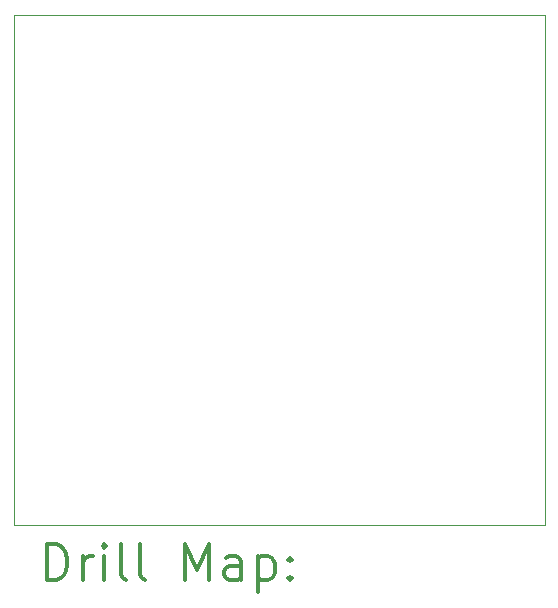
<source format=gbr>
%FSLAX45Y45*%
G04 Gerber Fmt 4.5, Leading zero omitted, Abs format (unit mm)*
G04 Created by KiCad (PCBNEW 5.1.12-84ad8e8a86~92~ubuntu20.04.1) date 2022-09-18 19:08:10*
%MOMM*%
%LPD*%
G01*
G04 APERTURE LIST*
%TA.AperFunction,Profile*%
%ADD10C,0.050000*%
%TD*%
%ADD11C,0.200000*%
%ADD12C,0.300000*%
G04 APERTURE END LIST*
D10*
X11379200Y-11607800D02*
X11379200Y-7289800D01*
X15875000Y-11607800D02*
X11379200Y-11607800D01*
X15875000Y-7289800D02*
X15875000Y-11607800D01*
X11379200Y-7289800D02*
X15875000Y-7289800D01*
D11*
D12*
X11663128Y-12076014D02*
X11663128Y-11776014D01*
X11734557Y-11776014D01*
X11777414Y-11790300D01*
X11805986Y-11818871D01*
X11820271Y-11847443D01*
X11834557Y-11904586D01*
X11834557Y-11947443D01*
X11820271Y-12004586D01*
X11805986Y-12033157D01*
X11777414Y-12061729D01*
X11734557Y-12076014D01*
X11663128Y-12076014D01*
X11963128Y-12076014D02*
X11963128Y-11876014D01*
X11963128Y-11933157D02*
X11977414Y-11904586D01*
X11991700Y-11890300D01*
X12020271Y-11876014D01*
X12048843Y-11876014D01*
X12148843Y-12076014D02*
X12148843Y-11876014D01*
X12148843Y-11776014D02*
X12134557Y-11790300D01*
X12148843Y-11804586D01*
X12163128Y-11790300D01*
X12148843Y-11776014D01*
X12148843Y-11804586D01*
X12334557Y-12076014D02*
X12305986Y-12061729D01*
X12291700Y-12033157D01*
X12291700Y-11776014D01*
X12491700Y-12076014D02*
X12463128Y-12061729D01*
X12448843Y-12033157D01*
X12448843Y-11776014D01*
X12834557Y-12076014D02*
X12834557Y-11776014D01*
X12934557Y-11990300D01*
X13034557Y-11776014D01*
X13034557Y-12076014D01*
X13305986Y-12076014D02*
X13305986Y-11918871D01*
X13291700Y-11890300D01*
X13263128Y-11876014D01*
X13205986Y-11876014D01*
X13177414Y-11890300D01*
X13305986Y-12061729D02*
X13277414Y-12076014D01*
X13205986Y-12076014D01*
X13177414Y-12061729D01*
X13163128Y-12033157D01*
X13163128Y-12004586D01*
X13177414Y-11976014D01*
X13205986Y-11961729D01*
X13277414Y-11961729D01*
X13305986Y-11947443D01*
X13448843Y-11876014D02*
X13448843Y-12176014D01*
X13448843Y-11890300D02*
X13477414Y-11876014D01*
X13534557Y-11876014D01*
X13563128Y-11890300D01*
X13577414Y-11904586D01*
X13591700Y-11933157D01*
X13591700Y-12018871D01*
X13577414Y-12047443D01*
X13563128Y-12061729D01*
X13534557Y-12076014D01*
X13477414Y-12076014D01*
X13448843Y-12061729D01*
X13720271Y-12047443D02*
X13734557Y-12061729D01*
X13720271Y-12076014D01*
X13705986Y-12061729D01*
X13720271Y-12047443D01*
X13720271Y-12076014D01*
X13720271Y-11890300D02*
X13734557Y-11904586D01*
X13720271Y-11918871D01*
X13705986Y-11904586D01*
X13720271Y-11890300D01*
X13720271Y-11918871D01*
M02*

</source>
